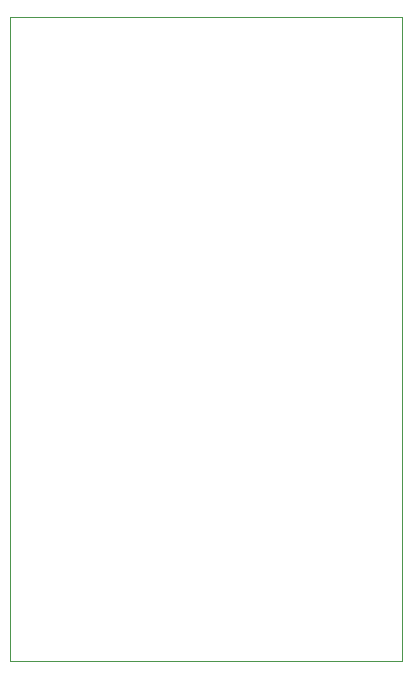
<source format=gbr>
%TF.GenerationSoftware,KiCad,Pcbnew,6.0.6-3a73a75311~116~ubuntu20.04.1*%
%TF.CreationDate,2022-07-15T19:37:52-05:00*%
%TF.ProjectId,Barbones_2xAA_Arduino_v003,42617262-6f6e-4657-935f-327841415f41,rev?*%
%TF.SameCoordinates,Original*%
%TF.FileFunction,Profile,NP*%
%FSLAX46Y46*%
G04 Gerber Fmt 4.6, Leading zero omitted, Abs format (unit mm)*
G04 Created by KiCad (PCBNEW 6.0.6-3a73a75311~116~ubuntu20.04.1) date 2022-07-15 19:37:52*
%MOMM*%
%LPD*%
G01*
G04 APERTURE LIST*
%TA.AperFunction,Profile*%
%ADD10C,0.100000*%
%TD*%
G04 APERTURE END LIST*
D10*
X162250000Y-49700000D02*
X195400000Y-49700000D01*
X195400000Y-49700000D02*
X195400000Y-104275000D01*
X195400000Y-104275000D02*
X162250000Y-104275000D01*
X162250000Y-104275000D02*
X162250000Y-49700000D01*
M02*

</source>
